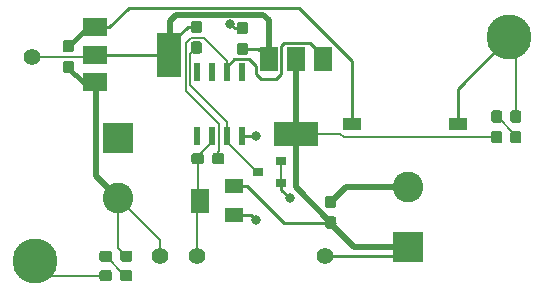
<source format=gbr>
G04 #@! TF.GenerationSoftware,KiCad,Pcbnew,5.0.2+dfsg1-1*
G04 #@! TF.CreationDate,2020-04-05T00:56:48-04:00*
G04 #@! TF.ProjectId,vreg-741,76726567-2d37-4343-912e-6b696361645f,rev?*
G04 #@! TF.SameCoordinates,Original*
G04 #@! TF.FileFunction,Copper,L1,Top*
G04 #@! TF.FilePolarity,Positive*
%FSLAX46Y46*%
G04 Gerber Fmt 4.6, Leading zero omitted, Abs format (unit mm)*
G04 Created by KiCad (PCBNEW 5.0.2+dfsg1-1) date Sun 05 Apr 2020 12:56:48 AM EDT*
%MOMM*%
%LPD*%
G01*
G04 APERTURE LIST*
G04 #@! TA.AperFunction,SMDPad,CuDef*
%ADD10R,1.500000X1.100000*%
G04 #@! TD*
G04 #@! TA.AperFunction,ComponentPad*
%ADD11C,2.600000*%
G04 #@! TD*
G04 #@! TA.AperFunction,ComponentPad*
%ADD12R,2.600000X2.600000*%
G04 #@! TD*
G04 #@! TA.AperFunction,ComponentPad*
%ADD13C,1.400000*%
G04 #@! TD*
G04 #@! TA.AperFunction,Conductor*
%ADD14C,0.100000*%
G04 #@! TD*
G04 #@! TA.AperFunction,SMDPad,CuDef*
%ADD15C,0.950000*%
G04 #@! TD*
G04 #@! TA.AperFunction,ComponentPad*
%ADD16C,3.800000*%
G04 #@! TD*
G04 #@! TA.AperFunction,SMDPad,CuDef*
%ADD17R,0.600000X1.550000*%
G04 #@! TD*
G04 #@! TA.AperFunction,SMDPad,CuDef*
%ADD18R,3.800000X2.000000*%
G04 #@! TD*
G04 #@! TA.AperFunction,SMDPad,CuDef*
%ADD19R,1.500000X2.000000*%
G04 #@! TD*
G04 #@! TA.AperFunction,SMDPad,CuDef*
%ADD20R,0.900000X0.800000*%
G04 #@! TD*
G04 #@! TA.AperFunction,SMDPad,CuDef*
%ADD21R,2.000000X3.800000*%
G04 #@! TD*
G04 #@! TA.AperFunction,SMDPad,CuDef*
%ADD22R,2.000000X1.500000*%
G04 #@! TD*
G04 #@! TA.AperFunction,SMDPad,CuDef*
%ADD23R,1.600000X1.300000*%
G04 #@! TD*
G04 #@! TA.AperFunction,SMDPad,CuDef*
%ADD24R,1.600000X2.000000*%
G04 #@! TD*
G04 #@! TA.AperFunction,ViaPad*
%ADD25C,0.800000*%
G04 #@! TD*
G04 #@! TA.AperFunction,Conductor*
%ADD26C,0.250000*%
G04 #@! TD*
G04 #@! TA.AperFunction,Conductor*
%ADD27C,1.270000*%
G04 #@! TD*
G04 #@! TA.AperFunction,Conductor*
%ADD28C,0.381000*%
G04 #@! TD*
G04 #@! TA.AperFunction,Conductor*
%ADD29C,0.254000*%
G04 #@! TD*
G04 #@! TA.AperFunction,Conductor*
%ADD30C,0.508000*%
G04 #@! TD*
G04 #@! TA.AperFunction,Conductor*
%ADD31C,0.152400*%
G04 #@! TD*
G04 APERTURE END LIST*
D10*
G04 #@! TO.P,SW1,1*
G04 #@! TO.N,GND*
X203890800Y-76860400D03*
G04 #@! TO.P,SW1,2*
G04 #@! TO.N,Net-(Q1-Pad1)*
X194990800Y-76860400D03*
G04 #@! TD*
D11*
G04 #@! TO.P,J2,2*
G04 #@! TO.N,GND*
X199694800Y-82143600D03*
D12*
G04 #@! TO.P,J2,1*
G04 #@! TO.N,LINE*
X199694800Y-87223600D03*
G04 #@! TD*
D13*
G04 #@! TO.P,VFB,1*
G04 #@! TO.N,/VFB*
X181864000Y-88011000D03*
G04 #@! TD*
D14*
G04 #@! TO.N,Net-(D1-Pad2)*
G04 #@! TO.C,D1*
G36*
X176150139Y-89188144D02*
X176173194Y-89191563D01*
X176195803Y-89197227D01*
X176217747Y-89205079D01*
X176238817Y-89215044D01*
X176258808Y-89227026D01*
X176277528Y-89240910D01*
X176294798Y-89256562D01*
X176310450Y-89273832D01*
X176324334Y-89292552D01*
X176336316Y-89312543D01*
X176346281Y-89333613D01*
X176354133Y-89355557D01*
X176359797Y-89378166D01*
X176363216Y-89401221D01*
X176364360Y-89424500D01*
X176364360Y-89899500D01*
X176363216Y-89922779D01*
X176359797Y-89945834D01*
X176354133Y-89968443D01*
X176346281Y-89990387D01*
X176336316Y-90011457D01*
X176324334Y-90031448D01*
X176310450Y-90050168D01*
X176294798Y-90067438D01*
X176277528Y-90083090D01*
X176258808Y-90096974D01*
X176238817Y-90108956D01*
X176217747Y-90118921D01*
X176195803Y-90126773D01*
X176173194Y-90132437D01*
X176150139Y-90135856D01*
X176126860Y-90137000D01*
X175551860Y-90137000D01*
X175528581Y-90135856D01*
X175505526Y-90132437D01*
X175482917Y-90126773D01*
X175460973Y-90118921D01*
X175439903Y-90108956D01*
X175419912Y-90096974D01*
X175401192Y-90083090D01*
X175383922Y-90067438D01*
X175368270Y-90050168D01*
X175354386Y-90031448D01*
X175342404Y-90011457D01*
X175332439Y-89990387D01*
X175324587Y-89968443D01*
X175318923Y-89945834D01*
X175315504Y-89922779D01*
X175314360Y-89899500D01*
X175314360Y-89424500D01*
X175315504Y-89401221D01*
X175318923Y-89378166D01*
X175324587Y-89355557D01*
X175332439Y-89333613D01*
X175342404Y-89312543D01*
X175354386Y-89292552D01*
X175368270Y-89273832D01*
X175383922Y-89256562D01*
X175401192Y-89240910D01*
X175419912Y-89227026D01*
X175439903Y-89215044D01*
X175460973Y-89205079D01*
X175482917Y-89197227D01*
X175505526Y-89191563D01*
X175528581Y-89188144D01*
X175551860Y-89187000D01*
X176126860Y-89187000D01*
X176150139Y-89188144D01*
X176150139Y-89188144D01*
G37*
D15*
G04 #@! TD*
G04 #@! TO.P,D1,2*
G04 #@! TO.N,Net-(D1-Pad2)*
X175839360Y-89662000D03*
D14*
G04 #@! TO.N,GND*
G04 #@! TO.C,D1*
G36*
X174400139Y-89188144D02*
X174423194Y-89191563D01*
X174445803Y-89197227D01*
X174467747Y-89205079D01*
X174488817Y-89215044D01*
X174508808Y-89227026D01*
X174527528Y-89240910D01*
X174544798Y-89256562D01*
X174560450Y-89273832D01*
X174574334Y-89292552D01*
X174586316Y-89312543D01*
X174596281Y-89333613D01*
X174604133Y-89355557D01*
X174609797Y-89378166D01*
X174613216Y-89401221D01*
X174614360Y-89424500D01*
X174614360Y-89899500D01*
X174613216Y-89922779D01*
X174609797Y-89945834D01*
X174604133Y-89968443D01*
X174596281Y-89990387D01*
X174586316Y-90011457D01*
X174574334Y-90031448D01*
X174560450Y-90050168D01*
X174544798Y-90067438D01*
X174527528Y-90083090D01*
X174508808Y-90096974D01*
X174488817Y-90108956D01*
X174467747Y-90118921D01*
X174445803Y-90126773D01*
X174423194Y-90132437D01*
X174400139Y-90135856D01*
X174376860Y-90137000D01*
X173801860Y-90137000D01*
X173778581Y-90135856D01*
X173755526Y-90132437D01*
X173732917Y-90126773D01*
X173710973Y-90118921D01*
X173689903Y-90108956D01*
X173669912Y-90096974D01*
X173651192Y-90083090D01*
X173633922Y-90067438D01*
X173618270Y-90050168D01*
X173604386Y-90031448D01*
X173592404Y-90011457D01*
X173582439Y-89990387D01*
X173574587Y-89968443D01*
X173568923Y-89945834D01*
X173565504Y-89922779D01*
X173564360Y-89899500D01*
X173564360Y-89424500D01*
X173565504Y-89401221D01*
X173568923Y-89378166D01*
X173574587Y-89355557D01*
X173582439Y-89333613D01*
X173592404Y-89312543D01*
X173604386Y-89292552D01*
X173618270Y-89273832D01*
X173633922Y-89256562D01*
X173651192Y-89240910D01*
X173669912Y-89227026D01*
X173689903Y-89215044D01*
X173710973Y-89205079D01*
X173732917Y-89197227D01*
X173755526Y-89191563D01*
X173778581Y-89188144D01*
X173801860Y-89187000D01*
X174376860Y-89187000D01*
X174400139Y-89188144D01*
X174400139Y-89188144D01*
G37*
D15*
G04 #@! TD*
G04 #@! TO.P,D1,1*
G04 #@! TO.N,GND*
X174089360Y-89662000D03*
D14*
G04 #@! TO.N,GND*
G04 #@! TO.C,D2*
G36*
X209086879Y-75666044D02*
X209109934Y-75669463D01*
X209132543Y-75675127D01*
X209154487Y-75682979D01*
X209175557Y-75692944D01*
X209195548Y-75704926D01*
X209214268Y-75718810D01*
X209231538Y-75734462D01*
X209247190Y-75751732D01*
X209261074Y-75770452D01*
X209273056Y-75790443D01*
X209283021Y-75811513D01*
X209290873Y-75833457D01*
X209296537Y-75856066D01*
X209299956Y-75879121D01*
X209301100Y-75902400D01*
X209301100Y-76477400D01*
X209299956Y-76500679D01*
X209296537Y-76523734D01*
X209290873Y-76546343D01*
X209283021Y-76568287D01*
X209273056Y-76589357D01*
X209261074Y-76609348D01*
X209247190Y-76628068D01*
X209231538Y-76645338D01*
X209214268Y-76660990D01*
X209195548Y-76674874D01*
X209175557Y-76686856D01*
X209154487Y-76696821D01*
X209132543Y-76704673D01*
X209109934Y-76710337D01*
X209086879Y-76713756D01*
X209063600Y-76714900D01*
X208588600Y-76714900D01*
X208565321Y-76713756D01*
X208542266Y-76710337D01*
X208519657Y-76704673D01*
X208497713Y-76696821D01*
X208476643Y-76686856D01*
X208456652Y-76674874D01*
X208437932Y-76660990D01*
X208420662Y-76645338D01*
X208405010Y-76628068D01*
X208391126Y-76609348D01*
X208379144Y-76589357D01*
X208369179Y-76568287D01*
X208361327Y-76546343D01*
X208355663Y-76523734D01*
X208352244Y-76500679D01*
X208351100Y-76477400D01*
X208351100Y-75902400D01*
X208352244Y-75879121D01*
X208355663Y-75856066D01*
X208361327Y-75833457D01*
X208369179Y-75811513D01*
X208379144Y-75790443D01*
X208391126Y-75770452D01*
X208405010Y-75751732D01*
X208420662Y-75734462D01*
X208437932Y-75718810D01*
X208456652Y-75704926D01*
X208476643Y-75692944D01*
X208497713Y-75682979D01*
X208519657Y-75675127D01*
X208542266Y-75669463D01*
X208565321Y-75666044D01*
X208588600Y-75664900D01*
X209063600Y-75664900D01*
X209086879Y-75666044D01*
X209086879Y-75666044D01*
G37*
D15*
G04 #@! TD*
G04 #@! TO.P,D2,1*
G04 #@! TO.N,GND*
X208826100Y-76189900D03*
D14*
G04 #@! TO.N,Net-(D2-Pad2)*
G04 #@! TO.C,D2*
G36*
X209086879Y-77416044D02*
X209109934Y-77419463D01*
X209132543Y-77425127D01*
X209154487Y-77432979D01*
X209175557Y-77442944D01*
X209195548Y-77454926D01*
X209214268Y-77468810D01*
X209231538Y-77484462D01*
X209247190Y-77501732D01*
X209261074Y-77520452D01*
X209273056Y-77540443D01*
X209283021Y-77561513D01*
X209290873Y-77583457D01*
X209296537Y-77606066D01*
X209299956Y-77629121D01*
X209301100Y-77652400D01*
X209301100Y-78227400D01*
X209299956Y-78250679D01*
X209296537Y-78273734D01*
X209290873Y-78296343D01*
X209283021Y-78318287D01*
X209273056Y-78339357D01*
X209261074Y-78359348D01*
X209247190Y-78378068D01*
X209231538Y-78395338D01*
X209214268Y-78410990D01*
X209195548Y-78424874D01*
X209175557Y-78436856D01*
X209154487Y-78446821D01*
X209132543Y-78454673D01*
X209109934Y-78460337D01*
X209086879Y-78463756D01*
X209063600Y-78464900D01*
X208588600Y-78464900D01*
X208565321Y-78463756D01*
X208542266Y-78460337D01*
X208519657Y-78454673D01*
X208497713Y-78446821D01*
X208476643Y-78436856D01*
X208456652Y-78424874D01*
X208437932Y-78410990D01*
X208420662Y-78395338D01*
X208405010Y-78378068D01*
X208391126Y-78359348D01*
X208379144Y-78339357D01*
X208369179Y-78318287D01*
X208361327Y-78296343D01*
X208355663Y-78273734D01*
X208352244Y-78250679D01*
X208351100Y-78227400D01*
X208351100Y-77652400D01*
X208352244Y-77629121D01*
X208355663Y-77606066D01*
X208361327Y-77583457D01*
X208369179Y-77561513D01*
X208379144Y-77540443D01*
X208391126Y-77520452D01*
X208405010Y-77501732D01*
X208420662Y-77484462D01*
X208437932Y-77468810D01*
X208456652Y-77454926D01*
X208476643Y-77442944D01*
X208497713Y-77432979D01*
X208519657Y-77425127D01*
X208542266Y-77419463D01*
X208565321Y-77416044D01*
X208588600Y-77414900D01*
X209063600Y-77414900D01*
X209086879Y-77416044D01*
X209086879Y-77416044D01*
G37*
D15*
G04 #@! TD*
G04 #@! TO.P,D2,2*
G04 #@! TO.N,Net-(D2-Pad2)*
X208826100Y-77939900D03*
D16*
G04 #@! TO.P,H2,1*
G04 #@! TO.N,GND*
X168148000Y-88392000D03*
G04 #@! TD*
G04 #@! TO.P,H3,1*
G04 #@! TO.N,GND*
X208280000Y-69469000D03*
G04 #@! TD*
D12*
G04 #@! TO.P,J1,1*
G04 #@! TO.N,GND*
X175133000Y-77978000D03*
D11*
G04 #@! TO.P,J1,2*
G04 #@! TO.N,/VIN*
X175133000Y-83058000D03*
G04 #@! TD*
D17*
G04 #@! TO.P,U1,1*
G04 #@! TO.N,N/C*
X181820500Y-77837500D03*
G04 #@! TO.P,U1,2*
G04 #@! TO.N,/VFB*
X183090500Y-77837500D03*
G04 #@! TO.P,U1,3*
G04 #@! TO.N,/VZ*
X184360500Y-77837500D03*
G04 #@! TO.P,U1,4*
G04 #@! TO.N,GND*
X185630500Y-77837500D03*
G04 #@! TO.P,U1,5*
G04 #@! TO.N,N/C*
X185630500Y-72437500D03*
G04 #@! TO.P,U1,6*
G04 #@! TO.N,Net-(C2-Pad1)*
X184360500Y-72437500D03*
G04 #@! TO.P,U1,7*
G04 #@! TO.N,VBUS*
X183090500Y-72437500D03*
G04 #@! TO.P,U1,8*
G04 #@! TO.N,N/C*
X181820500Y-72437500D03*
G04 #@! TD*
D18*
G04 #@! TO.P,Q2,2*
G04 #@! TO.N,LINE*
X190182500Y-77635500D03*
D19*
X190182500Y-71335500D03*
G04 #@! TO.P,Q2,3*
G04 #@! TO.N,VBUS*
X187882500Y-71335500D03*
G04 #@! TO.P,Q2,1*
G04 #@! TO.N,Net-(C2-Pad1)*
X192482500Y-71335500D03*
G04 #@! TD*
D13*
G04 #@! TO.P,VIN,1*
G04 #@! TO.N,/VIN*
X178689000Y-88000000D03*
G04 #@! TD*
G04 #@! TO.P,VBUS,1*
G04 #@! TO.N,VBUS*
X167894000Y-71120000D03*
G04 #@! TD*
G04 #@! TO.P,LINE,1*
G04 #@! TO.N,LINE*
X192659000Y-88011000D03*
G04 #@! TD*
D20*
G04 #@! TO.P,D3,2*
G04 #@! TO.N,GND*
X188960000Y-81849000D03*
G04 #@! TO.P,D3,*
G04 #@! TO.N,*
X188960000Y-79949000D03*
G04 #@! TO.P,D3,1*
G04 #@! TO.N,/VZ*
X186960000Y-80899000D03*
G04 #@! TD*
D14*
G04 #@! TO.N,GND*
G04 #@! TO.C,C1*
G36*
X193415079Y-82891044D02*
X193438134Y-82894463D01*
X193460743Y-82900127D01*
X193482687Y-82907979D01*
X193503757Y-82917944D01*
X193523748Y-82929926D01*
X193542468Y-82943810D01*
X193559738Y-82959462D01*
X193575390Y-82976732D01*
X193589274Y-82995452D01*
X193601256Y-83015443D01*
X193611221Y-83036513D01*
X193619073Y-83058457D01*
X193624737Y-83081066D01*
X193628156Y-83104121D01*
X193629300Y-83127400D01*
X193629300Y-83702400D01*
X193628156Y-83725679D01*
X193624737Y-83748734D01*
X193619073Y-83771343D01*
X193611221Y-83793287D01*
X193601256Y-83814357D01*
X193589274Y-83834348D01*
X193575390Y-83853068D01*
X193559738Y-83870338D01*
X193542468Y-83885990D01*
X193523748Y-83899874D01*
X193503757Y-83911856D01*
X193482687Y-83921821D01*
X193460743Y-83929673D01*
X193438134Y-83935337D01*
X193415079Y-83938756D01*
X193391800Y-83939900D01*
X192916800Y-83939900D01*
X192893521Y-83938756D01*
X192870466Y-83935337D01*
X192847857Y-83929673D01*
X192825913Y-83921821D01*
X192804843Y-83911856D01*
X192784852Y-83899874D01*
X192766132Y-83885990D01*
X192748862Y-83870338D01*
X192733210Y-83853068D01*
X192719326Y-83834348D01*
X192707344Y-83814357D01*
X192697379Y-83793287D01*
X192689527Y-83771343D01*
X192683863Y-83748734D01*
X192680444Y-83725679D01*
X192679300Y-83702400D01*
X192679300Y-83127400D01*
X192680444Y-83104121D01*
X192683863Y-83081066D01*
X192689527Y-83058457D01*
X192697379Y-83036513D01*
X192707344Y-83015443D01*
X192719326Y-82995452D01*
X192733210Y-82976732D01*
X192748862Y-82959462D01*
X192766132Y-82943810D01*
X192784852Y-82929926D01*
X192804843Y-82917944D01*
X192825913Y-82907979D01*
X192847857Y-82900127D01*
X192870466Y-82894463D01*
X192893521Y-82891044D01*
X192916800Y-82889900D01*
X193391800Y-82889900D01*
X193415079Y-82891044D01*
X193415079Y-82891044D01*
G37*
D15*
G04 #@! TD*
G04 #@! TO.P,C1,2*
G04 #@! TO.N,GND*
X193154300Y-83414900D03*
D14*
G04 #@! TO.N,LINE*
G04 #@! TO.C,C1*
G36*
X193415079Y-84641044D02*
X193438134Y-84644463D01*
X193460743Y-84650127D01*
X193482687Y-84657979D01*
X193503757Y-84667944D01*
X193523748Y-84679926D01*
X193542468Y-84693810D01*
X193559738Y-84709462D01*
X193575390Y-84726732D01*
X193589274Y-84745452D01*
X193601256Y-84765443D01*
X193611221Y-84786513D01*
X193619073Y-84808457D01*
X193624737Y-84831066D01*
X193628156Y-84854121D01*
X193629300Y-84877400D01*
X193629300Y-85452400D01*
X193628156Y-85475679D01*
X193624737Y-85498734D01*
X193619073Y-85521343D01*
X193611221Y-85543287D01*
X193601256Y-85564357D01*
X193589274Y-85584348D01*
X193575390Y-85603068D01*
X193559738Y-85620338D01*
X193542468Y-85635990D01*
X193523748Y-85649874D01*
X193503757Y-85661856D01*
X193482687Y-85671821D01*
X193460743Y-85679673D01*
X193438134Y-85685337D01*
X193415079Y-85688756D01*
X193391800Y-85689900D01*
X192916800Y-85689900D01*
X192893521Y-85688756D01*
X192870466Y-85685337D01*
X192847857Y-85679673D01*
X192825913Y-85671821D01*
X192804843Y-85661856D01*
X192784852Y-85649874D01*
X192766132Y-85635990D01*
X192748862Y-85620338D01*
X192733210Y-85603068D01*
X192719326Y-85584348D01*
X192707344Y-85564357D01*
X192697379Y-85543287D01*
X192689527Y-85521343D01*
X192683863Y-85498734D01*
X192680444Y-85475679D01*
X192679300Y-85452400D01*
X192679300Y-84877400D01*
X192680444Y-84854121D01*
X192683863Y-84831066D01*
X192689527Y-84808457D01*
X192697379Y-84786513D01*
X192707344Y-84765443D01*
X192719326Y-84745452D01*
X192733210Y-84726732D01*
X192748862Y-84709462D01*
X192766132Y-84693810D01*
X192784852Y-84679926D01*
X192804843Y-84667944D01*
X192825913Y-84657979D01*
X192847857Y-84650127D01*
X192870466Y-84644463D01*
X192893521Y-84641044D01*
X192916800Y-84639900D01*
X193391800Y-84639900D01*
X193415079Y-84641044D01*
X193415079Y-84641044D01*
G37*
D15*
G04 #@! TD*
G04 #@! TO.P,C1,1*
G04 #@! TO.N,LINE*
X193154300Y-85164900D03*
D14*
G04 #@! TO.N,Net-(C2-Pad1)*
G04 #@! TO.C,C2*
G36*
X183938779Y-79282144D02*
X183961834Y-79285563D01*
X183984443Y-79291227D01*
X184006387Y-79299079D01*
X184027457Y-79309044D01*
X184047448Y-79321026D01*
X184066168Y-79334910D01*
X184083438Y-79350562D01*
X184099090Y-79367832D01*
X184112974Y-79386552D01*
X184124956Y-79406543D01*
X184134921Y-79427613D01*
X184142773Y-79449557D01*
X184148437Y-79472166D01*
X184151856Y-79495221D01*
X184153000Y-79518500D01*
X184153000Y-79993500D01*
X184151856Y-80016779D01*
X184148437Y-80039834D01*
X184142773Y-80062443D01*
X184134921Y-80084387D01*
X184124956Y-80105457D01*
X184112974Y-80125448D01*
X184099090Y-80144168D01*
X184083438Y-80161438D01*
X184066168Y-80177090D01*
X184047448Y-80190974D01*
X184027457Y-80202956D01*
X184006387Y-80212921D01*
X183984443Y-80220773D01*
X183961834Y-80226437D01*
X183938779Y-80229856D01*
X183915500Y-80231000D01*
X183340500Y-80231000D01*
X183317221Y-80229856D01*
X183294166Y-80226437D01*
X183271557Y-80220773D01*
X183249613Y-80212921D01*
X183228543Y-80202956D01*
X183208552Y-80190974D01*
X183189832Y-80177090D01*
X183172562Y-80161438D01*
X183156910Y-80144168D01*
X183143026Y-80125448D01*
X183131044Y-80105457D01*
X183121079Y-80084387D01*
X183113227Y-80062443D01*
X183107563Y-80039834D01*
X183104144Y-80016779D01*
X183103000Y-79993500D01*
X183103000Y-79518500D01*
X183104144Y-79495221D01*
X183107563Y-79472166D01*
X183113227Y-79449557D01*
X183121079Y-79427613D01*
X183131044Y-79406543D01*
X183143026Y-79386552D01*
X183156910Y-79367832D01*
X183172562Y-79350562D01*
X183189832Y-79334910D01*
X183208552Y-79321026D01*
X183228543Y-79309044D01*
X183249613Y-79299079D01*
X183271557Y-79291227D01*
X183294166Y-79285563D01*
X183317221Y-79282144D01*
X183340500Y-79281000D01*
X183915500Y-79281000D01*
X183938779Y-79282144D01*
X183938779Y-79282144D01*
G37*
D15*
G04 #@! TD*
G04 #@! TO.P,C2,1*
G04 #@! TO.N,Net-(C2-Pad1)*
X183628000Y-79756000D03*
D14*
G04 #@! TO.N,/VFB*
G04 #@! TO.C,C2*
G36*
X182188779Y-79282144D02*
X182211834Y-79285563D01*
X182234443Y-79291227D01*
X182256387Y-79299079D01*
X182277457Y-79309044D01*
X182297448Y-79321026D01*
X182316168Y-79334910D01*
X182333438Y-79350562D01*
X182349090Y-79367832D01*
X182362974Y-79386552D01*
X182374956Y-79406543D01*
X182384921Y-79427613D01*
X182392773Y-79449557D01*
X182398437Y-79472166D01*
X182401856Y-79495221D01*
X182403000Y-79518500D01*
X182403000Y-79993500D01*
X182401856Y-80016779D01*
X182398437Y-80039834D01*
X182392773Y-80062443D01*
X182384921Y-80084387D01*
X182374956Y-80105457D01*
X182362974Y-80125448D01*
X182349090Y-80144168D01*
X182333438Y-80161438D01*
X182316168Y-80177090D01*
X182297448Y-80190974D01*
X182277457Y-80202956D01*
X182256387Y-80212921D01*
X182234443Y-80220773D01*
X182211834Y-80226437D01*
X182188779Y-80229856D01*
X182165500Y-80231000D01*
X181590500Y-80231000D01*
X181567221Y-80229856D01*
X181544166Y-80226437D01*
X181521557Y-80220773D01*
X181499613Y-80212921D01*
X181478543Y-80202956D01*
X181458552Y-80190974D01*
X181439832Y-80177090D01*
X181422562Y-80161438D01*
X181406910Y-80144168D01*
X181393026Y-80125448D01*
X181381044Y-80105457D01*
X181371079Y-80084387D01*
X181363227Y-80062443D01*
X181357563Y-80039834D01*
X181354144Y-80016779D01*
X181353000Y-79993500D01*
X181353000Y-79518500D01*
X181354144Y-79495221D01*
X181357563Y-79472166D01*
X181363227Y-79449557D01*
X181371079Y-79427613D01*
X181381044Y-79406543D01*
X181393026Y-79386552D01*
X181406910Y-79367832D01*
X181422562Y-79350562D01*
X181439832Y-79334910D01*
X181458552Y-79321026D01*
X181478543Y-79309044D01*
X181499613Y-79299079D01*
X181521557Y-79291227D01*
X181544166Y-79285563D01*
X181567221Y-79282144D01*
X181590500Y-79281000D01*
X182165500Y-79281000D01*
X182188779Y-79282144D01*
X182188779Y-79282144D01*
G37*
D15*
G04 #@! TD*
G04 #@! TO.P,C2,2*
G04 #@! TO.N,/VFB*
X181878000Y-79756000D03*
D14*
G04 #@! TO.N,VBUS*
G04 #@! TO.C,C3*
G36*
X185934779Y-69947144D02*
X185957834Y-69950563D01*
X185980443Y-69956227D01*
X186002387Y-69964079D01*
X186023457Y-69974044D01*
X186043448Y-69986026D01*
X186062168Y-69999910D01*
X186079438Y-70015562D01*
X186095090Y-70032832D01*
X186108974Y-70051552D01*
X186120956Y-70071543D01*
X186130921Y-70092613D01*
X186138773Y-70114557D01*
X186144437Y-70137166D01*
X186147856Y-70160221D01*
X186149000Y-70183500D01*
X186149000Y-70758500D01*
X186147856Y-70781779D01*
X186144437Y-70804834D01*
X186138773Y-70827443D01*
X186130921Y-70849387D01*
X186120956Y-70870457D01*
X186108974Y-70890448D01*
X186095090Y-70909168D01*
X186079438Y-70926438D01*
X186062168Y-70942090D01*
X186043448Y-70955974D01*
X186023457Y-70967956D01*
X186002387Y-70977921D01*
X185980443Y-70985773D01*
X185957834Y-70991437D01*
X185934779Y-70994856D01*
X185911500Y-70996000D01*
X185436500Y-70996000D01*
X185413221Y-70994856D01*
X185390166Y-70991437D01*
X185367557Y-70985773D01*
X185345613Y-70977921D01*
X185324543Y-70967956D01*
X185304552Y-70955974D01*
X185285832Y-70942090D01*
X185268562Y-70926438D01*
X185252910Y-70909168D01*
X185239026Y-70890448D01*
X185227044Y-70870457D01*
X185217079Y-70849387D01*
X185209227Y-70827443D01*
X185203563Y-70804834D01*
X185200144Y-70781779D01*
X185199000Y-70758500D01*
X185199000Y-70183500D01*
X185200144Y-70160221D01*
X185203563Y-70137166D01*
X185209227Y-70114557D01*
X185217079Y-70092613D01*
X185227044Y-70071543D01*
X185239026Y-70051552D01*
X185252910Y-70032832D01*
X185268562Y-70015562D01*
X185285832Y-69999910D01*
X185304552Y-69986026D01*
X185324543Y-69974044D01*
X185345613Y-69964079D01*
X185367557Y-69956227D01*
X185390166Y-69950563D01*
X185413221Y-69947144D01*
X185436500Y-69946000D01*
X185911500Y-69946000D01*
X185934779Y-69947144D01*
X185934779Y-69947144D01*
G37*
D15*
G04 #@! TD*
G04 #@! TO.P,C3,1*
G04 #@! TO.N,VBUS*
X185674000Y-70471000D03*
D14*
G04 #@! TO.N,GND*
G04 #@! TO.C,C3*
G36*
X185934779Y-68197144D02*
X185957834Y-68200563D01*
X185980443Y-68206227D01*
X186002387Y-68214079D01*
X186023457Y-68224044D01*
X186043448Y-68236026D01*
X186062168Y-68249910D01*
X186079438Y-68265562D01*
X186095090Y-68282832D01*
X186108974Y-68301552D01*
X186120956Y-68321543D01*
X186130921Y-68342613D01*
X186138773Y-68364557D01*
X186144437Y-68387166D01*
X186147856Y-68410221D01*
X186149000Y-68433500D01*
X186149000Y-69008500D01*
X186147856Y-69031779D01*
X186144437Y-69054834D01*
X186138773Y-69077443D01*
X186130921Y-69099387D01*
X186120956Y-69120457D01*
X186108974Y-69140448D01*
X186095090Y-69159168D01*
X186079438Y-69176438D01*
X186062168Y-69192090D01*
X186043448Y-69205974D01*
X186023457Y-69217956D01*
X186002387Y-69227921D01*
X185980443Y-69235773D01*
X185957834Y-69241437D01*
X185934779Y-69244856D01*
X185911500Y-69246000D01*
X185436500Y-69246000D01*
X185413221Y-69244856D01*
X185390166Y-69241437D01*
X185367557Y-69235773D01*
X185345613Y-69227921D01*
X185324543Y-69217956D01*
X185304552Y-69205974D01*
X185285832Y-69192090D01*
X185268562Y-69176438D01*
X185252910Y-69159168D01*
X185239026Y-69140448D01*
X185227044Y-69120457D01*
X185217079Y-69099387D01*
X185209227Y-69077443D01*
X185203563Y-69054834D01*
X185200144Y-69031779D01*
X185199000Y-69008500D01*
X185199000Y-68433500D01*
X185200144Y-68410221D01*
X185203563Y-68387166D01*
X185209227Y-68364557D01*
X185217079Y-68342613D01*
X185227044Y-68321543D01*
X185239026Y-68301552D01*
X185252910Y-68282832D01*
X185268562Y-68265562D01*
X185285832Y-68249910D01*
X185304552Y-68236026D01*
X185324543Y-68224044D01*
X185345613Y-68214079D01*
X185367557Y-68206227D01*
X185390166Y-68200563D01*
X185413221Y-68197144D01*
X185436500Y-68196000D01*
X185911500Y-68196000D01*
X185934779Y-68197144D01*
X185934779Y-68197144D01*
G37*
D15*
G04 #@! TD*
G04 #@! TO.P,C3,2*
G04 #@! TO.N,GND*
X185674000Y-68721000D03*
D14*
G04 #@! TO.N,/VIN*
G04 #@! TO.C,R1*
G36*
X176150139Y-87535933D02*
X176173194Y-87539352D01*
X176195803Y-87545016D01*
X176217747Y-87552868D01*
X176238817Y-87562833D01*
X176258808Y-87574815D01*
X176277528Y-87588699D01*
X176294798Y-87604351D01*
X176310450Y-87621621D01*
X176324334Y-87640341D01*
X176336316Y-87660332D01*
X176346281Y-87681402D01*
X176354133Y-87703346D01*
X176359797Y-87725955D01*
X176363216Y-87749010D01*
X176364360Y-87772289D01*
X176364360Y-88247289D01*
X176363216Y-88270568D01*
X176359797Y-88293623D01*
X176354133Y-88316232D01*
X176346281Y-88338176D01*
X176336316Y-88359246D01*
X176324334Y-88379237D01*
X176310450Y-88397957D01*
X176294798Y-88415227D01*
X176277528Y-88430879D01*
X176258808Y-88444763D01*
X176238817Y-88456745D01*
X176217747Y-88466710D01*
X176195803Y-88474562D01*
X176173194Y-88480226D01*
X176150139Y-88483645D01*
X176126860Y-88484789D01*
X175551860Y-88484789D01*
X175528581Y-88483645D01*
X175505526Y-88480226D01*
X175482917Y-88474562D01*
X175460973Y-88466710D01*
X175439903Y-88456745D01*
X175419912Y-88444763D01*
X175401192Y-88430879D01*
X175383922Y-88415227D01*
X175368270Y-88397957D01*
X175354386Y-88379237D01*
X175342404Y-88359246D01*
X175332439Y-88338176D01*
X175324587Y-88316232D01*
X175318923Y-88293623D01*
X175315504Y-88270568D01*
X175314360Y-88247289D01*
X175314360Y-87772289D01*
X175315504Y-87749010D01*
X175318923Y-87725955D01*
X175324587Y-87703346D01*
X175332439Y-87681402D01*
X175342404Y-87660332D01*
X175354386Y-87640341D01*
X175368270Y-87621621D01*
X175383922Y-87604351D01*
X175401192Y-87588699D01*
X175419912Y-87574815D01*
X175439903Y-87562833D01*
X175460973Y-87552868D01*
X175482917Y-87545016D01*
X175505526Y-87539352D01*
X175528581Y-87535933D01*
X175551860Y-87534789D01*
X176126860Y-87534789D01*
X176150139Y-87535933D01*
X176150139Y-87535933D01*
G37*
D15*
G04 #@! TD*
G04 #@! TO.P,R1,1*
G04 #@! TO.N,/VIN*
X175839360Y-88009789D03*
D14*
G04 #@! TO.N,Net-(D1-Pad2)*
G04 #@! TO.C,R1*
G36*
X174400139Y-87535933D02*
X174423194Y-87539352D01*
X174445803Y-87545016D01*
X174467747Y-87552868D01*
X174488817Y-87562833D01*
X174508808Y-87574815D01*
X174527528Y-87588699D01*
X174544798Y-87604351D01*
X174560450Y-87621621D01*
X174574334Y-87640341D01*
X174586316Y-87660332D01*
X174596281Y-87681402D01*
X174604133Y-87703346D01*
X174609797Y-87725955D01*
X174613216Y-87749010D01*
X174614360Y-87772289D01*
X174614360Y-88247289D01*
X174613216Y-88270568D01*
X174609797Y-88293623D01*
X174604133Y-88316232D01*
X174596281Y-88338176D01*
X174586316Y-88359246D01*
X174574334Y-88379237D01*
X174560450Y-88397957D01*
X174544798Y-88415227D01*
X174527528Y-88430879D01*
X174508808Y-88444763D01*
X174488817Y-88456745D01*
X174467747Y-88466710D01*
X174445803Y-88474562D01*
X174423194Y-88480226D01*
X174400139Y-88483645D01*
X174376860Y-88484789D01*
X173801860Y-88484789D01*
X173778581Y-88483645D01*
X173755526Y-88480226D01*
X173732917Y-88474562D01*
X173710973Y-88466710D01*
X173689903Y-88456745D01*
X173669912Y-88444763D01*
X173651192Y-88430879D01*
X173633922Y-88415227D01*
X173618270Y-88397957D01*
X173604386Y-88379237D01*
X173592404Y-88359246D01*
X173582439Y-88338176D01*
X173574587Y-88316232D01*
X173568923Y-88293623D01*
X173565504Y-88270568D01*
X173564360Y-88247289D01*
X173564360Y-87772289D01*
X173565504Y-87749010D01*
X173568923Y-87725955D01*
X173574587Y-87703346D01*
X173582439Y-87681402D01*
X173592404Y-87660332D01*
X173604386Y-87640341D01*
X173618270Y-87621621D01*
X173633922Y-87604351D01*
X173651192Y-87588699D01*
X173669912Y-87574815D01*
X173689903Y-87562833D01*
X173710973Y-87552868D01*
X173732917Y-87545016D01*
X173755526Y-87539352D01*
X173778581Y-87535933D01*
X173801860Y-87534789D01*
X174376860Y-87534789D01*
X174400139Y-87535933D01*
X174400139Y-87535933D01*
G37*
D15*
G04 #@! TD*
G04 #@! TO.P,R1,2*
G04 #@! TO.N,Net-(D1-Pad2)*
X174089360Y-88009789D03*
D14*
G04 #@! TO.N,Net-(D2-Pad2)*
G04 #@! TO.C,R2*
G36*
X207461279Y-75664744D02*
X207484334Y-75668163D01*
X207506943Y-75673827D01*
X207528887Y-75681679D01*
X207549957Y-75691644D01*
X207569948Y-75703626D01*
X207588668Y-75717510D01*
X207605938Y-75733162D01*
X207621590Y-75750432D01*
X207635474Y-75769152D01*
X207647456Y-75789143D01*
X207657421Y-75810213D01*
X207665273Y-75832157D01*
X207670937Y-75854766D01*
X207674356Y-75877821D01*
X207675500Y-75901100D01*
X207675500Y-76476100D01*
X207674356Y-76499379D01*
X207670937Y-76522434D01*
X207665273Y-76545043D01*
X207657421Y-76566987D01*
X207647456Y-76588057D01*
X207635474Y-76608048D01*
X207621590Y-76626768D01*
X207605938Y-76644038D01*
X207588668Y-76659690D01*
X207569948Y-76673574D01*
X207549957Y-76685556D01*
X207528887Y-76695521D01*
X207506943Y-76703373D01*
X207484334Y-76709037D01*
X207461279Y-76712456D01*
X207438000Y-76713600D01*
X206963000Y-76713600D01*
X206939721Y-76712456D01*
X206916666Y-76709037D01*
X206894057Y-76703373D01*
X206872113Y-76695521D01*
X206851043Y-76685556D01*
X206831052Y-76673574D01*
X206812332Y-76659690D01*
X206795062Y-76644038D01*
X206779410Y-76626768D01*
X206765526Y-76608048D01*
X206753544Y-76588057D01*
X206743579Y-76566987D01*
X206735727Y-76545043D01*
X206730063Y-76522434D01*
X206726644Y-76499379D01*
X206725500Y-76476100D01*
X206725500Y-75901100D01*
X206726644Y-75877821D01*
X206730063Y-75854766D01*
X206735727Y-75832157D01*
X206743579Y-75810213D01*
X206753544Y-75789143D01*
X206765526Y-75769152D01*
X206779410Y-75750432D01*
X206795062Y-75733162D01*
X206812332Y-75717510D01*
X206831052Y-75703626D01*
X206851043Y-75691644D01*
X206872113Y-75681679D01*
X206894057Y-75673827D01*
X206916666Y-75668163D01*
X206939721Y-75664744D01*
X206963000Y-75663600D01*
X207438000Y-75663600D01*
X207461279Y-75664744D01*
X207461279Y-75664744D01*
G37*
D15*
G04 #@! TD*
G04 #@! TO.P,R2,2*
G04 #@! TO.N,Net-(D2-Pad2)*
X207200500Y-76188600D03*
D14*
G04 #@! TO.N,LINE*
G04 #@! TO.C,R2*
G36*
X207461279Y-77414744D02*
X207484334Y-77418163D01*
X207506943Y-77423827D01*
X207528887Y-77431679D01*
X207549957Y-77441644D01*
X207569948Y-77453626D01*
X207588668Y-77467510D01*
X207605938Y-77483162D01*
X207621590Y-77500432D01*
X207635474Y-77519152D01*
X207647456Y-77539143D01*
X207657421Y-77560213D01*
X207665273Y-77582157D01*
X207670937Y-77604766D01*
X207674356Y-77627821D01*
X207675500Y-77651100D01*
X207675500Y-78226100D01*
X207674356Y-78249379D01*
X207670937Y-78272434D01*
X207665273Y-78295043D01*
X207657421Y-78316987D01*
X207647456Y-78338057D01*
X207635474Y-78358048D01*
X207621590Y-78376768D01*
X207605938Y-78394038D01*
X207588668Y-78409690D01*
X207569948Y-78423574D01*
X207549957Y-78435556D01*
X207528887Y-78445521D01*
X207506943Y-78453373D01*
X207484334Y-78459037D01*
X207461279Y-78462456D01*
X207438000Y-78463600D01*
X206963000Y-78463600D01*
X206939721Y-78462456D01*
X206916666Y-78459037D01*
X206894057Y-78453373D01*
X206872113Y-78445521D01*
X206851043Y-78435556D01*
X206831052Y-78423574D01*
X206812332Y-78409690D01*
X206795062Y-78394038D01*
X206779410Y-78376768D01*
X206765526Y-78358048D01*
X206753544Y-78338057D01*
X206743579Y-78316987D01*
X206735727Y-78295043D01*
X206730063Y-78272434D01*
X206726644Y-78249379D01*
X206725500Y-78226100D01*
X206725500Y-77651100D01*
X206726644Y-77627821D01*
X206730063Y-77604766D01*
X206735727Y-77582157D01*
X206743579Y-77560213D01*
X206753544Y-77539143D01*
X206765526Y-77519152D01*
X206779410Y-77500432D01*
X206795062Y-77483162D01*
X206812332Y-77467510D01*
X206831052Y-77453626D01*
X206851043Y-77441644D01*
X206872113Y-77431679D01*
X206894057Y-77423827D01*
X206916666Y-77418163D01*
X206939721Y-77414744D01*
X206963000Y-77413600D01*
X207438000Y-77413600D01*
X207461279Y-77414744D01*
X207461279Y-77414744D01*
G37*
D15*
G04 #@! TD*
G04 #@! TO.P,R2,1*
G04 #@! TO.N,LINE*
X207200500Y-77938600D03*
D14*
G04 #@! TO.N,/VZ*
G04 #@! TO.C,R3*
G36*
X182037779Y-69820144D02*
X182060834Y-69823563D01*
X182083443Y-69829227D01*
X182105387Y-69837079D01*
X182126457Y-69847044D01*
X182146448Y-69859026D01*
X182165168Y-69872910D01*
X182182438Y-69888562D01*
X182198090Y-69905832D01*
X182211974Y-69924552D01*
X182223956Y-69944543D01*
X182233921Y-69965613D01*
X182241773Y-69987557D01*
X182247437Y-70010166D01*
X182250856Y-70033221D01*
X182252000Y-70056500D01*
X182252000Y-70631500D01*
X182250856Y-70654779D01*
X182247437Y-70677834D01*
X182241773Y-70700443D01*
X182233921Y-70722387D01*
X182223956Y-70743457D01*
X182211974Y-70763448D01*
X182198090Y-70782168D01*
X182182438Y-70799438D01*
X182165168Y-70815090D01*
X182146448Y-70828974D01*
X182126457Y-70840956D01*
X182105387Y-70850921D01*
X182083443Y-70858773D01*
X182060834Y-70864437D01*
X182037779Y-70867856D01*
X182014500Y-70869000D01*
X181539500Y-70869000D01*
X181516221Y-70867856D01*
X181493166Y-70864437D01*
X181470557Y-70858773D01*
X181448613Y-70850921D01*
X181427543Y-70840956D01*
X181407552Y-70828974D01*
X181388832Y-70815090D01*
X181371562Y-70799438D01*
X181355910Y-70782168D01*
X181342026Y-70763448D01*
X181330044Y-70743457D01*
X181320079Y-70722387D01*
X181312227Y-70700443D01*
X181306563Y-70677834D01*
X181303144Y-70654779D01*
X181302000Y-70631500D01*
X181302000Y-70056500D01*
X181303144Y-70033221D01*
X181306563Y-70010166D01*
X181312227Y-69987557D01*
X181320079Y-69965613D01*
X181330044Y-69944543D01*
X181342026Y-69924552D01*
X181355910Y-69905832D01*
X181371562Y-69888562D01*
X181388832Y-69872910D01*
X181407552Y-69859026D01*
X181427543Y-69847044D01*
X181448613Y-69837079D01*
X181470557Y-69829227D01*
X181493166Y-69823563D01*
X181516221Y-69820144D01*
X181539500Y-69819000D01*
X182014500Y-69819000D01*
X182037779Y-69820144D01*
X182037779Y-69820144D01*
G37*
D15*
G04 #@! TD*
G04 #@! TO.P,R3,2*
G04 #@! TO.N,/VZ*
X181777000Y-70344000D03*
D14*
G04 #@! TO.N,VBUS*
G04 #@! TO.C,R3*
G36*
X182037779Y-68070144D02*
X182060834Y-68073563D01*
X182083443Y-68079227D01*
X182105387Y-68087079D01*
X182126457Y-68097044D01*
X182146448Y-68109026D01*
X182165168Y-68122910D01*
X182182438Y-68138562D01*
X182198090Y-68155832D01*
X182211974Y-68174552D01*
X182223956Y-68194543D01*
X182233921Y-68215613D01*
X182241773Y-68237557D01*
X182247437Y-68260166D01*
X182250856Y-68283221D01*
X182252000Y-68306500D01*
X182252000Y-68881500D01*
X182250856Y-68904779D01*
X182247437Y-68927834D01*
X182241773Y-68950443D01*
X182233921Y-68972387D01*
X182223956Y-68993457D01*
X182211974Y-69013448D01*
X182198090Y-69032168D01*
X182182438Y-69049438D01*
X182165168Y-69065090D01*
X182146448Y-69078974D01*
X182126457Y-69090956D01*
X182105387Y-69100921D01*
X182083443Y-69108773D01*
X182060834Y-69114437D01*
X182037779Y-69117856D01*
X182014500Y-69119000D01*
X181539500Y-69119000D01*
X181516221Y-69117856D01*
X181493166Y-69114437D01*
X181470557Y-69108773D01*
X181448613Y-69100921D01*
X181427543Y-69090956D01*
X181407552Y-69078974D01*
X181388832Y-69065090D01*
X181371562Y-69049438D01*
X181355910Y-69032168D01*
X181342026Y-69013448D01*
X181330044Y-68993457D01*
X181320079Y-68972387D01*
X181312227Y-68950443D01*
X181306563Y-68927834D01*
X181303144Y-68904779D01*
X181302000Y-68881500D01*
X181302000Y-68306500D01*
X181303144Y-68283221D01*
X181306563Y-68260166D01*
X181312227Y-68237557D01*
X181320079Y-68215613D01*
X181330044Y-68194543D01*
X181342026Y-68174552D01*
X181355910Y-68155832D01*
X181371562Y-68138562D01*
X181388832Y-68122910D01*
X181407552Y-68109026D01*
X181427543Y-68097044D01*
X181448613Y-68087079D01*
X181470557Y-68079227D01*
X181493166Y-68073563D01*
X181516221Y-68070144D01*
X181539500Y-68069000D01*
X182014500Y-68069000D01*
X182037779Y-68070144D01*
X182037779Y-68070144D01*
G37*
D15*
G04 #@! TD*
G04 #@! TO.P,R3,1*
G04 #@! TO.N,VBUS*
X181777000Y-68594000D03*
D21*
G04 #@! TO.P,Q1,2*
G04 #@! TO.N,VBUS*
X179464500Y-70943500D03*
D22*
X173164500Y-70943500D03*
G04 #@! TO.P,Q1,3*
G04 #@! TO.N,/VIN*
X173164500Y-73243500D03*
G04 #@! TO.P,Q1,1*
G04 #@! TO.N,Net-(Q1-Pad1)*
X173164500Y-68643500D03*
G04 #@! TD*
D23*
G04 #@! TO.P,RV1,1*
G04 #@! TO.N,GND*
X184990400Y-84551600D03*
D24*
G04 #@! TO.P,RV1,2*
G04 #@! TO.N,/VFB*
X182090400Y-83301600D03*
D23*
G04 #@! TO.P,RV1,3*
G04 #@! TO.N,LINE*
X184990400Y-82051600D03*
G04 #@! TD*
D14*
G04 #@! TO.N,/VIN*
G04 #@! TO.C,R4*
G36*
X171202779Y-71471144D02*
X171225834Y-71474563D01*
X171248443Y-71480227D01*
X171270387Y-71488079D01*
X171291457Y-71498044D01*
X171311448Y-71510026D01*
X171330168Y-71523910D01*
X171347438Y-71539562D01*
X171363090Y-71556832D01*
X171376974Y-71575552D01*
X171388956Y-71595543D01*
X171398921Y-71616613D01*
X171406773Y-71638557D01*
X171412437Y-71661166D01*
X171415856Y-71684221D01*
X171417000Y-71707500D01*
X171417000Y-72282500D01*
X171415856Y-72305779D01*
X171412437Y-72328834D01*
X171406773Y-72351443D01*
X171398921Y-72373387D01*
X171388956Y-72394457D01*
X171376974Y-72414448D01*
X171363090Y-72433168D01*
X171347438Y-72450438D01*
X171330168Y-72466090D01*
X171311448Y-72479974D01*
X171291457Y-72491956D01*
X171270387Y-72501921D01*
X171248443Y-72509773D01*
X171225834Y-72515437D01*
X171202779Y-72518856D01*
X171179500Y-72520000D01*
X170704500Y-72520000D01*
X170681221Y-72518856D01*
X170658166Y-72515437D01*
X170635557Y-72509773D01*
X170613613Y-72501921D01*
X170592543Y-72491956D01*
X170572552Y-72479974D01*
X170553832Y-72466090D01*
X170536562Y-72450438D01*
X170520910Y-72433168D01*
X170507026Y-72414448D01*
X170495044Y-72394457D01*
X170485079Y-72373387D01*
X170477227Y-72351443D01*
X170471563Y-72328834D01*
X170468144Y-72305779D01*
X170467000Y-72282500D01*
X170467000Y-71707500D01*
X170468144Y-71684221D01*
X170471563Y-71661166D01*
X170477227Y-71638557D01*
X170485079Y-71616613D01*
X170495044Y-71595543D01*
X170507026Y-71575552D01*
X170520910Y-71556832D01*
X170536562Y-71539562D01*
X170553832Y-71523910D01*
X170572552Y-71510026D01*
X170592543Y-71498044D01*
X170613613Y-71488079D01*
X170635557Y-71480227D01*
X170658166Y-71474563D01*
X170681221Y-71471144D01*
X170704500Y-71470000D01*
X171179500Y-71470000D01*
X171202779Y-71471144D01*
X171202779Y-71471144D01*
G37*
D15*
G04 #@! TD*
G04 #@! TO.P,R4,1*
G04 #@! TO.N,/VIN*
X170942000Y-71995000D03*
D14*
G04 #@! TO.N,Net-(Q1-Pad1)*
G04 #@! TO.C,R4*
G36*
X171202779Y-69721144D02*
X171225834Y-69724563D01*
X171248443Y-69730227D01*
X171270387Y-69738079D01*
X171291457Y-69748044D01*
X171311448Y-69760026D01*
X171330168Y-69773910D01*
X171347438Y-69789562D01*
X171363090Y-69806832D01*
X171376974Y-69825552D01*
X171388956Y-69845543D01*
X171398921Y-69866613D01*
X171406773Y-69888557D01*
X171412437Y-69911166D01*
X171415856Y-69934221D01*
X171417000Y-69957500D01*
X171417000Y-70532500D01*
X171415856Y-70555779D01*
X171412437Y-70578834D01*
X171406773Y-70601443D01*
X171398921Y-70623387D01*
X171388956Y-70644457D01*
X171376974Y-70664448D01*
X171363090Y-70683168D01*
X171347438Y-70700438D01*
X171330168Y-70716090D01*
X171311448Y-70729974D01*
X171291457Y-70741956D01*
X171270387Y-70751921D01*
X171248443Y-70759773D01*
X171225834Y-70765437D01*
X171202779Y-70768856D01*
X171179500Y-70770000D01*
X170704500Y-70770000D01*
X170681221Y-70768856D01*
X170658166Y-70765437D01*
X170635557Y-70759773D01*
X170613613Y-70751921D01*
X170592543Y-70741956D01*
X170572552Y-70729974D01*
X170553832Y-70716090D01*
X170536562Y-70700438D01*
X170520910Y-70683168D01*
X170507026Y-70664448D01*
X170495044Y-70644457D01*
X170485079Y-70623387D01*
X170477227Y-70601443D01*
X170471563Y-70578834D01*
X170468144Y-70555779D01*
X170467000Y-70532500D01*
X170467000Y-69957500D01*
X170468144Y-69934221D01*
X170471563Y-69911166D01*
X170477227Y-69888557D01*
X170485079Y-69866613D01*
X170495044Y-69845543D01*
X170507026Y-69825552D01*
X170520910Y-69806832D01*
X170536562Y-69789562D01*
X170553832Y-69773910D01*
X170572552Y-69760026D01*
X170592543Y-69748044D01*
X170613613Y-69738079D01*
X170635557Y-69730227D01*
X170658166Y-69724563D01*
X170681221Y-69721144D01*
X170704500Y-69720000D01*
X171179500Y-69720000D01*
X171202779Y-69721144D01*
X171202779Y-69721144D01*
G37*
D15*
G04 #@! TD*
G04 #@! TO.P,R4,2*
G04 #@! TO.N,Net-(Q1-Pad1)*
X170942000Y-70245000D03*
D25*
G04 #@! TO.N,GND*
X184658000Y-68326000D03*
X186817000Y-77851000D03*
X186817000Y-84963000D03*
X189674500Y-83121500D03*
G04 #@! TD*
D26*
G04 #@! TO.N,VBUS*
X173278400Y-70967600D02*
X179578400Y-70967600D01*
D27*
X179578400Y-70967600D02*
X179578400Y-71867600D01*
D28*
X179578400Y-70967600D02*
X179578400Y-70792600D01*
D29*
X181052000Y-68594000D02*
X181202000Y-68594000D01*
X181202000Y-68594000D02*
X181777000Y-68594000D01*
X179578400Y-70067600D02*
X181052000Y-68594000D01*
X179578400Y-70967600D02*
X179578400Y-70067600D01*
D30*
X179578400Y-70067600D02*
X179578000Y-70067200D01*
X179578000Y-70067200D02*
X179578000Y-69596000D01*
D29*
X187895200Y-71335500D02*
X187895200Y-71085500D01*
X183090500Y-71962500D02*
X183090500Y-72437500D01*
X187895200Y-71335500D02*
X187895200Y-70081500D01*
X187030700Y-70471000D02*
X187895200Y-71335500D01*
X185674000Y-70471000D02*
X187030700Y-70471000D01*
D28*
X187882500Y-71335500D02*
X187882500Y-69954500D01*
D30*
X179578400Y-68071600D02*
X179578400Y-70967600D01*
X187452000Y-67564000D02*
X180086000Y-67564000D01*
X180086000Y-67564000D02*
X179578400Y-68071600D01*
X187882500Y-67994500D02*
X187882500Y-71335500D01*
X187452000Y-67564000D02*
X187882500Y-67994500D01*
D31*
X172988000Y-71120000D02*
X173164500Y-70943500D01*
X167894000Y-71120000D02*
X172988000Y-71120000D01*
G04 #@! TO.N,GND*
X188960000Y-80501400D02*
X188960000Y-81849000D01*
X188960000Y-79949000D02*
X188960000Y-80501400D01*
D29*
X185674000Y-68721000D02*
X185053000Y-68721000D01*
X185053000Y-68721000D02*
X184658000Y-68326000D01*
X185630500Y-77837500D02*
X186803500Y-77837500D01*
X186803500Y-77837500D02*
X186817000Y-77851000D01*
D31*
X184975500Y-84566500D02*
X184990400Y-84551600D01*
D29*
X186405600Y-84551600D02*
X186817000Y-84963000D01*
X184990400Y-84551600D02*
X186405600Y-84551600D01*
X188960000Y-81849000D02*
X188960000Y-82407000D01*
X188960000Y-82407000D02*
X189674500Y-83121500D01*
D30*
X194425600Y-82143600D02*
X193154300Y-83414900D01*
X199694800Y-82143600D02*
X194425600Y-82143600D01*
D29*
X208280000Y-69594700D02*
X208280000Y-69469000D01*
X203890800Y-73858200D02*
X208280000Y-69469000D01*
X203890800Y-76860400D02*
X203890800Y-73858200D01*
D31*
X169418000Y-89662000D02*
X168148000Y-88392000D01*
X174089360Y-89662000D02*
X169418000Y-89662000D01*
X208788000Y-69977000D02*
X208280000Y-69469000D01*
X208826100Y-70015100D02*
X208280000Y-69469000D01*
X208826100Y-76189900D02*
X208826100Y-70015100D01*
G04 #@! TO.N,LINE*
X190195200Y-71335500D02*
X190195200Y-72487900D01*
D30*
X195086000Y-87223600D02*
X193090800Y-85228400D01*
X199694800Y-87223600D02*
X195086000Y-87223600D01*
D31*
X193023800Y-85228400D02*
X193598800Y-85228400D01*
X190195200Y-71335500D02*
X190195200Y-71585500D01*
D30*
X190182500Y-82193100D02*
X193154300Y-85164900D01*
X190182500Y-77635500D02*
X190182500Y-82193100D01*
D29*
X185140400Y-82051600D02*
X184990400Y-82051600D01*
X192579300Y-85164900D02*
X193154300Y-85164900D01*
X189157700Y-85164900D02*
X192579300Y-85164900D01*
X186044400Y-82051600D02*
X189157700Y-85164900D01*
X184990400Y-82051600D02*
X186044400Y-82051600D01*
D30*
X190182500Y-77635500D02*
X190182500Y-71335500D01*
D29*
X190182500Y-77635500D02*
X191082500Y-77635500D01*
X198907400Y-88011000D02*
X199694800Y-87223600D01*
X192659000Y-88011000D02*
X198907400Y-88011000D01*
X190182500Y-71335500D02*
X190182500Y-71585500D01*
D31*
X206625500Y-77938600D02*
X207200500Y-77938600D01*
X194266078Y-77938600D02*
X206625500Y-77938600D01*
X193962978Y-77635500D02*
X194266078Y-77938600D01*
X190182500Y-77635500D02*
X193962978Y-77635500D01*
D29*
G04 #@! TO.N,Net-(C2-Pad1)*
X188975401Y-70210937D02*
X188975401Y-72599661D01*
X189181039Y-70005299D02*
X188975401Y-70210937D01*
X191414999Y-70005299D02*
X189181039Y-70005299D01*
X192495200Y-71085500D02*
X191414999Y-70005299D01*
X192495200Y-71335500D02*
X192495200Y-71085500D01*
X187240338Y-73025000D02*
X188550062Y-73025000D01*
X186814999Y-72599661D02*
X187240338Y-73025000D01*
X186814999Y-71952637D02*
X186814999Y-72599661D01*
X184990701Y-71332299D02*
X186194661Y-71332299D01*
X184360500Y-71962500D02*
X184990701Y-71332299D01*
X184360500Y-72437500D02*
X184360500Y-71962500D01*
X186194661Y-71332299D02*
X186814999Y-71952637D01*
X188975401Y-72599661D02*
X188550062Y-73025000D01*
D31*
X182389990Y-69539590D02*
X184360500Y-71510100D01*
X181325386Y-69539590D02*
X182389990Y-69539590D01*
X180857801Y-70007175D02*
X181325386Y-69539590D01*
X180857801Y-74025401D02*
X180857801Y-70007175D01*
X183628000Y-79181000D02*
X183669901Y-79139099D01*
X184360500Y-71510100D02*
X184360500Y-72437500D01*
X183669901Y-76838979D02*
X183411922Y-76581000D01*
X183669901Y-79139099D02*
X183669901Y-76838979D01*
X183628000Y-79756000D02*
X183628000Y-79181000D01*
X183411922Y-76581000D02*
X183411922Y-76579522D01*
X183411922Y-76579522D02*
X180857801Y-74025401D01*
G04 #@! TO.N,/VFB*
X181814500Y-83025700D02*
X182090400Y-83301600D01*
X181878000Y-83089200D02*
X182090400Y-83301600D01*
X181878000Y-79756000D02*
X181878000Y-83089200D01*
D29*
X182090400Y-87856400D02*
X182245000Y-88011000D01*
D31*
X181864000Y-83528000D02*
X182090400Y-83301600D01*
X181864000Y-88011000D02*
X181864000Y-83528000D01*
X181878000Y-79525000D02*
X181878000Y-79756000D01*
X183090500Y-78312500D02*
X181878000Y-79525000D01*
X183090500Y-77837500D02*
X183090500Y-78312500D01*
G04 #@! TO.N,Net-(D1-Pad2)*
X175741571Y-89662000D02*
X175839360Y-89662000D01*
X174089360Y-88009789D02*
X175741571Y-89662000D01*
G04 #@! TO.N,Net-(D2-Pad2)*
X208826100Y-77814200D02*
X208826100Y-77939900D01*
X207200500Y-76188600D02*
X208826100Y-77814200D01*
G04 #@! TO.N,/VZ*
X184360500Y-77837500D02*
X184360500Y-78312500D01*
X186910000Y-80899000D02*
X186960000Y-80899000D01*
X184360500Y-78349500D02*
X186910000Y-80899000D01*
X184360500Y-77837500D02*
X184360500Y-78349500D01*
X184360500Y-77362500D02*
X184360500Y-77837500D01*
X184360500Y-77362500D02*
X184404000Y-77319000D01*
X184360500Y-76613700D02*
X184360500Y-77837500D01*
X181241099Y-73494299D02*
X184360500Y-76613700D01*
X181777000Y-70344000D02*
X181241099Y-70879901D01*
X181241099Y-70879901D02*
X181241099Y-73494299D01*
D26*
G04 #@! TO.N,/VIN*
X173278400Y-73267600D02*
X173528400Y-73267600D01*
D30*
X173278400Y-81203400D02*
X175133000Y-83058000D01*
X173278400Y-73267600D02*
X173278400Y-81203400D01*
D31*
X175966360Y-83891360D02*
X175133000Y-83058000D01*
D28*
X172139700Y-73243500D02*
X170942000Y-72045800D01*
X173164500Y-73243500D02*
X172139700Y-73243500D01*
D31*
X178689000Y-86614000D02*
X178689000Y-88000000D01*
X175133000Y-83058000D02*
X178689000Y-86614000D01*
X175133000Y-87303429D02*
X175839360Y-88009789D01*
X175133000Y-83058000D02*
X175133000Y-87303429D01*
D29*
G04 #@! TO.N,Net-(Q1-Pad1)*
X173123400Y-68822600D02*
X173278400Y-68667600D01*
D28*
X172594300Y-68643500D02*
X173164500Y-68643500D01*
X170942000Y-70295800D02*
X172594300Y-68643500D01*
D29*
X174418500Y-68643500D02*
X173164500Y-68643500D01*
X176082210Y-66979790D02*
X174418500Y-68643500D01*
X190471152Y-66979790D02*
X190119000Y-66979790D01*
X194990800Y-71499438D02*
X190471152Y-66979790D01*
X194990800Y-76860400D02*
X194990800Y-71499438D01*
X190119000Y-66979790D02*
X176082210Y-66979790D01*
G04 #@! TD*
M02*

</source>
